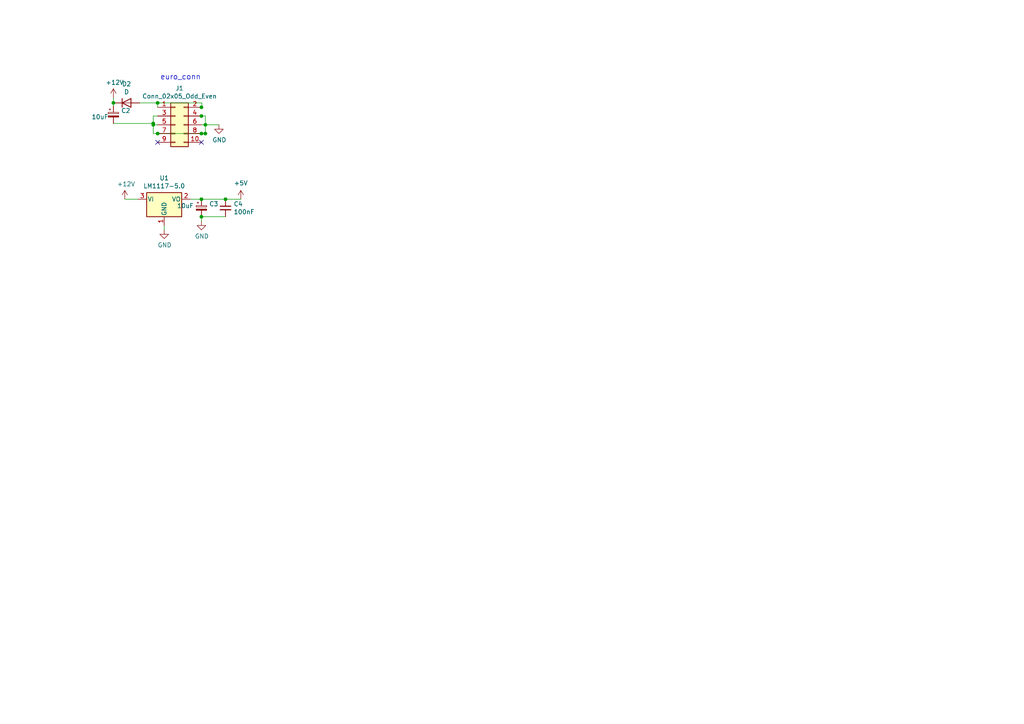
<source format=kicad_sch>
(kicad_sch (version 20211123) (generator eeschema)
  (paper "A4")
  (lib_symbols
    (symbol "Connector_Generic:Conn_02x05_Odd_Even" (pin_names (offset 1.016) hide)
      (property "Reference" "J" (at 1.27 7.62 0))
      (property "Value" "Conn_02x05_Odd_Even" (at 1.27 -7.62 0))
      (symbol "Conn_02x05_Odd_Even_1_1"
        (rectangle (start -1.27 -4.953) (end 0 -5.207) (stroke (width 0.1524)))
        (rectangle (start -1.27 -2.413) (end 0 -2.667) (stroke (width 0.1524)))
        (rectangle (start -1.27 0.127) (end 0 -0.127) (stroke (width 0.1524)))
        (rectangle (start -1.27 2.667) (end 0 2.413) (stroke (width 0.1524)))
        (rectangle (start -1.27 5.207) (end 0 4.953) (stroke (width 0.1524)))
        (rectangle (start -1.27 6.35) (end 3.81 -6.35) (stroke (width 0.254)) (fill (type background)))
        (rectangle (start 3.81 -4.953) (end 2.54 -5.207) (stroke (width 0.1524)))
        (rectangle (start 3.81 -2.413) (end 2.54 -2.667) (stroke (width 0.1524)))
        (rectangle (start 3.81 0.127) (end 2.54 -0.127) (stroke (width 0.1524)))
        (rectangle (start 3.81 2.667) (end 2.54 2.413) (stroke (width 0.1524)))
        (rectangle (start 3.81 5.207) (end 2.54 4.953) (stroke (width 0.1524)))
        (pin passive line (at -5.08 5.08 0) (length 3.81) (name "Pin_1") (number "1"))
        (pin passive line (at 7.62 -5.08 180) (length 3.81) (name "Pin_10") (number "10"))
        (pin passive line (at 7.62 5.08 180) (length 3.81) (name "Pin_2") (number "2"))
        (pin passive line (at -5.08 2.54 0) (length 3.81) (name "Pin_3") (number "3"))
        (pin passive line (at 7.62 2.54 180) (length 3.81) (name "Pin_4") (number "4"))
        (pin passive line (at -5.08 0 0) (length 3.81) (name "Pin_5") (number "5"))
        (pin passive line (at 7.62 0 180) (length 3.81) (name "Pin_6") (number "6"))
        (pin passive line (at -5.08 -2.54 0) (length 3.81) (name "Pin_7") (number "7"))
        (pin passive line (at 7.62 -2.54 180) (length 3.81) (name "Pin_8") (number "8"))
        (pin passive line (at -5.08 -5.08 0) (length 3.81) (name "Pin_9") (number "9"))
      )
    )
    (symbol "Device:C_Polarized_Small" (pin_numbers hide) (pin_names (offset 0.254) hide)
      (property "Reference" "C" (at 0.254 1.778 0))
      (property "Value" "C_Polarized_Small" (at 0.254 -2.032 0))
      (symbol "C_Polarized_Small_0_1"
        (rectangle (start -1.524 -0.3048) (end 1.524 -0.6858) (fill (type outline)))
        (rectangle (start -1.524 0.6858) (end 1.524 0.3048))
        (polyline (pts (xy -1.27 1.524) (xy -0.762 1.524)))
        (polyline (pts (xy -1.016 1.27) (xy -1.016 1.778)))
      )
      (symbol "C_Polarized_Small_1_1"
        (pin passive line (at 0 2.54 270) (length 1.8542) (name "~") (number "1"))
        (pin passive line (at 0 -2.54 90) (length 1.8542) (name "~") (number "2"))
      )
    )
    (symbol "Device:C_Small" (pin_numbers hide) (pin_names (offset 0.254) hide)
      (property "Reference" "C" (at 0.254 1.778 0))
      (property "Value" "C_Small" (at 0.254 -2.032 0))
      (symbol "C_Small_0_1"
        (polyline (pts (xy -1.524 -0.508) (xy 1.524 -0.508)) (stroke (width 0.3302)))
        (polyline (pts (xy -1.524 0.508) (xy 1.524 0.508)) (stroke (width 0.3048)))
      )
      (symbol "C_Small_1_1"
        (pin passive line (at 0 2.54 270) (length 2.032) (name "~") (number "1"))
        (pin passive line (at 0 -2.54 90) (length 2.032) (name "~") (number "2"))
      )
    )
    (symbol "Device:D" (pin_numbers hide) (pin_names (offset 1.016) hide)
      (property "Reference" "D" (at 0 2.54 0))
      (property "Value" "D" (at 0 -2.54 0))
      (symbol "D_0_1"
        (polyline (pts (xy -1.27 1.27) (xy -1.27 -1.27)) (stroke (width 0.254)))
        (polyline (pts (xy 1.27 0) (xy -1.27 0)))
        (polyline (pts (xy 1.27 1.27) (xy 1.27 -1.27) (xy -1.27 0) (xy 1.27 1.27)) (stroke (width 0.254)))
      )
      (symbol "D_1_1"
        (pin passive line (at -3.81 0 0) (length 2.54) (name "K") (number "1"))
        (pin passive line (at 3.81 0 180) (length 2.54) (name "A") (number "2"))
      )
    )
    (symbol "Regulator_Linear:LM1117-5.0" (pin_names (offset 0.254))
      (property "Reference" "U" (at -3.81 3.175 0))
      (property "Value" "LM1117-5.0" (at 0 3.175 0))
      (symbol "LM1117-5.0_0_1"
        (rectangle (start -5.08 -5.08) (end 5.08 1.905) (stroke (width 0.254)) (fill (type background)))
      )
      (symbol "LM1117-5.0_1_1"
        (pin power_in line (at 0 -7.62 90) (length 2.54) (name "GND") (number "1"))
        (pin power_out line (at 7.62 0 180) (length 2.54) (name "VO") (number "2"))
        (pin power_in line (at -7.62 0 0) (length 2.54) (name "VI") (number "3"))
      )
    )
    (symbol "power:+12V" (power) (pin_names (offset 0))
      (property "Value" "+12V" (at 0 3.556 0))
      (symbol "+12V_0_1"
        (polyline (pts (xy -0.762 1.27) (xy 0 2.54)))
        (polyline (pts (xy 0 0) (xy 0 2.54)))
        (polyline (pts (xy 0 2.54) (xy 0.762 1.27)))
      )
      (symbol "+12V_1_1"
        (pin power_in line (at 0 0 90) (length 0) hide (name "+12V") (number "1"))
      )
    )
    (symbol "power:+5V" (power) (pin_names (offset 0))
      (property "Value" "+5V" (at 0 3.556 0))
      (symbol "+5V_0_1"
        (polyline (pts (xy -0.762 1.27) (xy 0 2.54)))
        (polyline (pts (xy 0 0) (xy 0 2.54)))
        (polyline (pts (xy 0 2.54) (xy 0.762 1.27)))
      )
      (symbol "+5V_1_1"
        (pin power_in line (at 0 0 90) (length 0) hide (name "+5V") (number "1"))
      )
    )
    (symbol "power:GND" (power) (pin_names (offset 0))
      (property "Value" "GND" (at 0 -3.81 0))
      (symbol "GND_0_1"
        (polyline (pts (xy 0 0) (xy 0 -1.27) (xy 1.27 -1.27) (xy 0 -2.54) (xy -1.27 -1.27) (xy 0 -1.27)))
      )
      (symbol "GND_1_1"
        (pin power_in line (at 0 0 270) (length 0) hide (name "GND") (number "1"))
      )
    )
  )
  (junction (at 45.72 38.735))
  (junction (at 65.405 57.785))
  (junction (at 58.42 31.115))
  (junction (at 44.45 35.814))
  (junction (at 44.45 36.195))
  (junction (at 58.42 62.865))
  (junction (at 45.72 29.845))
  (junction (at 58.42 57.785))
  (junction (at 58.42 33.655))
  (junction (at 59.563 36.195))
  (junction (at 32.893 29.845))
  (junction (at 59.563 38.735))
  (junction (at 58.42 38.735))
  (no_connect (at 45.72 41.275))
  (no_connect (at 58.42 41.275))
  (wire (pts (xy 58.547 29.845) (xy 58.547 31.115)))
  (wire (pts (xy 45.72 33.655) (xy 44.45 33.655)))
  (wire (pts (xy 44.45 33.655) (xy 44.45 35.814)))
  (wire (pts (xy 59.563 33.655) (xy 59.563 36.195)))
  (wire (pts (xy 59.563 38.735) (xy 59.563 36.195)))
  (wire (pts (xy 45.72 29.845) (xy 45.72 31.115)))
  (wire (pts (xy 44.45 38.735) (xy 44.45 36.195)))
  (wire (pts (xy 58.42 33.655) (xy 59.563 33.655)))
  (wire (pts (xy 44.45 38.735) (xy 45.72 38.735)))
  (wire (pts (xy 58.42 38.735) (xy 59.563 38.735)))
  (wire (pts (xy 58.42 57.785) (xy 65.405 57.785)))
  (wire (pts (xy 44.45 35.814) (xy 44.45 36.195)))
  (wire (pts (xy 59.563 36.195) (xy 63.5 36.195)))
  (wire (pts (xy 58.42 62.865) (xy 58.42 64.135)))
  (wire (pts (xy 32.893 28.321) (xy 32.893 29.845)))
  (wire (pts (xy 55.245 57.785) (xy 58.42 57.785)))
  (wire (pts (xy 58.547 31.115) (xy 58.42 31.115)))
  (wire (pts (xy 32.893 29.845) (xy 32.893 30.734)))
  (wire (pts (xy 59.563 38.735) (xy 59.5884 38.735)))
  (wire (pts (xy 47.625 65.405) (xy 47.625 66.675)))
  (wire (pts (xy 45.72 38.735) (xy 58.42 38.735)))
  (wire (pts (xy 40.513 29.845) (xy 45.72 29.845)))
  (wire (pts (xy 65.405 57.785) (xy 69.85 57.785)))
  (wire (pts (xy 32.893 35.814) (xy 44.45 35.814)))
  (wire (pts (xy 65.405 62.865) (xy 58.42 62.865)))
  (wire (pts (xy 58.293 33.655) (xy 58.42 33.655)))
  (wire (pts (xy 45.72 29.845) (xy 58.547 29.845)))
  (wire (pts (xy 44.45 36.195) (xy 45.72 36.195)))
  (wire (pts (xy 58.42 36.195) (xy 59.563 36.195)))
  (wire (pts (xy 36.195 57.785) (xy 40.005 57.785)))
  (text "euro_conn" (at 46.482 23.368 0) (effects (font (size 1.524 1.524)) (justify left bottom)))
  (symbol (lib_id "Device:D") (at 36.703 29.845 0) (unit 1)
    (property "Reference" "D2" (at 36.703 24.3586 0))
    (property "Value" "D" (at 36.703 26.67 0))
    (property "Footprint" "Diode_SMD:D_SOD-123" (effects hide))
  )
  (symbol (lib_id "Connector_Generic:Conn_02x05_Odd_Even") (at 50.8 36.195 0) (unit 1)
    (property "Reference" "J1" (at 52.07 25.6032 0))
    (property "Value" "Conn_02x05_Odd_Even" (at 52.07 27.9146 0))
    (property "Footprint" "Connector_PinHeader_2.54mm:PinHeader_2x05_P2.54mm_Vertical" (effects hide))
  )
  (symbol (lib_id "power:GND") (at 63.5 36.195 0) (unit 1)
    (property "Reference" "#PWR06" (effects hide))
    (property "Value" "GND" (at 63.627 40.5892 0))
  )
  (symbol (lib_id "power:+12V") (at 32.893 28.321 0) (unit 1)
    (property "Reference" "#PWR02" (effects hide))
    (property "Value" "+12V" (at 33.274 23.9268 0))
  )
  (symbol (lib_id "Device:C_Polarized_Small") (at 32.893 33.274 0) (unit 1)
    (property "Reference" "C2" (at 35.1282 32.1056 0) (effects (justify left)))
    (property "Value" "10uF" (at 26.543 33.909 0) (effects (justify left)))
    (property "Footprint" "Capacitor_Tantalum_SMD:CP_EIA-3216-18_Kemet-A" (effects hide))
  )
  (symbol (lib_id "Regulator_Linear:LM1117-5.0") (at 47.625 57.785 0) (unit 1)
    (property "Reference" "U1" (at 47.625 51.6382 0))
    (property "Value" "LM1117-5.0" (at 47.625 53.9496 0))
    (property "Footprint" "Package_TO_SOT_SMD:TO-252-2" (effects hide))
    (property "Datasheet" "http://www.ti.com/lit/ds/symlink/lm1117.pdf" (effects hide))
  )
  (symbol (lib_id "power:GND") (at 47.625 66.675 0) (unit 1)
    (property "Reference" "#PWR04" (effects hide))
    (property "Value" "GND" (at 47.752 71.0692 0))
  )
  (symbol (lib_id "power:GND") (at 58.42 64.135 0) (unit 1)
    (property "Reference" "#PWR05" (effects hide))
    (property "Value" "GND" (at 58.547 68.5292 0))
  )
  (symbol (lib_id "Device:C_Polarized_Small") (at 58.42 60.325 0) (unit 1)
    (property "Reference" "C3" (at 60.6552 59.1566 0) (effects (justify left)))
    (property "Value" "10uF" (at 51.308 59.69 0) (effects (justify left)))
    (property "Footprint" "Capacitor_Tantalum_SMD:CP_EIA-3216-18_Kemet-A" (effects hide))
  )
  (symbol (lib_id "Device:C_Small") (at 65.405 60.325 0) (unit 1)
    (property "Reference" "C4" (at 67.7418 59.1566 0) (effects (justify left)))
    (property "Value" "100nF" (at 67.7418 61.468 0) (effects (justify left)))
    (property "Footprint" "Capacitor_SMD:C_0805_2012Metric" (effects hide))
  )
  (symbol (lib_id "power:+12V") (at 36.195 57.785 0) (unit 1)
    (property "Reference" "#PWR03" (effects hide))
    (property "Value" "+12V" (at 36.576 53.3908 0))
  )
  (symbol (lib_id "power:+5V") (at 69.85 57.785 0) (unit 1)
    (property "Reference" "#PWR0101" (effects hide))
    (property "Value" "+5V" (at 69.85 53.1114 0))
  )
)
</source>
